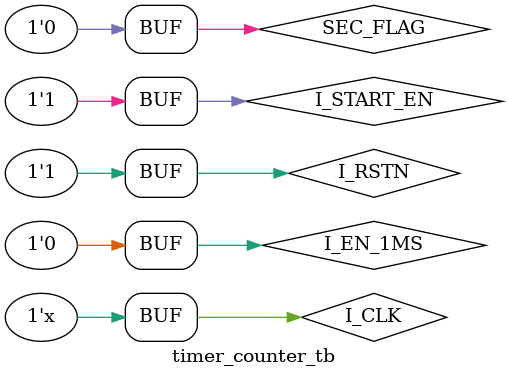
<source format=v>
module timer_counter_tb;

// parameter define
parameter CYCLE 	= 62500;		// 62500ns
parameter HALF_CYCLE 	= CYCLE/2;	// 62500/2ns
parameter MS_EN	= 15*CYCLE;		// 1ms-1clk 
parameter SEC = 16000*CYCLE;		//1sec

reg	I_RSTN, I_CLK, I_EN_1MS, I_CLEAR_EN, I_START_EN;
reg 	SEC_FLAG;
wire [9:0]	O_TIMER_MS;
wire [5:0]	O_TIMER_SEC;

timer_counter timer_counter(
	.I_CLK	(I_CLK),
	.I_RSTN	(I_RSTN),
	.I_EN_1MS (I_EN_1MS),
	.I_CLEAR_EN (I_CLEAR_EN),
	.I_START_EN (I_START_EN),
	.O_TIMER_MS (O_TIMER_MS),
	.O_TIMER_SEC (O_TIMER_SEC)
	);

always #(HALF_CYCLE) begin	
	I_CLK = ~I_CLK;
end

always begin
	I_EN_1MS = 1'b0;
	#MS_EN
	I_EN_1MS = 1'b1;
	#CYCLE
	I_EN_1MS = 1'b0;
end

always begin
	SEC_FLAG = 1'b0;
	#SEC
	SEC_FLAG =  1'b1;
	#SEC
	SEC_FLAG = 1'b0;
end

initial begin
	I_RSTN = 0;
	I_CLK=1;
	#(10*CYCLE)
	I_RSTN = 1;
	I_START_EN = 1;

end

endmodule
</source>
